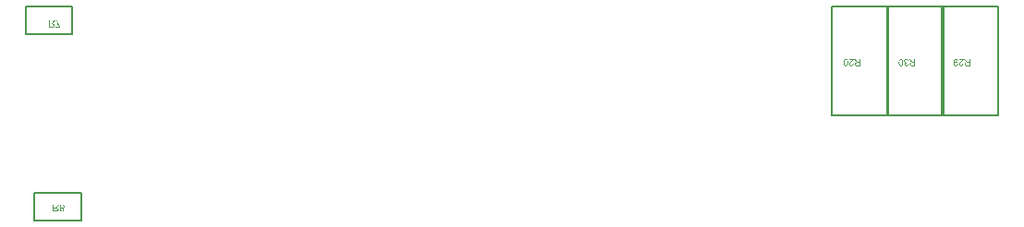
<source format=gbr>
%TF.GenerationSoftware,Altium Limited,Altium Designer,21.6.4 (81)*%
G04 Layer_Color=8388736*
%FSLAX43Y43*%
%MOMM*%
%TF.SameCoordinates,45A01B4D-518A-40F9-B883-98BDF5CD3DE6*%
%TF.FilePolarity,Positive*%
%TF.FileFunction,Other,Bottom_Assembly*%
%TF.Part,Single*%
G01*
G75*
%TA.AperFunction,NonConductor*%
%ADD102C,0.200*%
G36*
X119518Y52037D02*
X119526Y52036D01*
X119534Y52035D01*
X119543Y52034D01*
X119554Y52032D01*
X119576Y52026D01*
X119599Y52017D01*
X119611Y52011D01*
X119622Y52005D01*
X119633Y51997D01*
X119644Y51988D01*
X119645Y51987D01*
X119647Y51986D01*
X119650Y51983D01*
X119652Y51979D01*
X119657Y51974D01*
X119662Y51968D01*
X119667Y51961D01*
X119673Y51953D01*
X119678Y51944D01*
X119684Y51935D01*
X119694Y51912D01*
X119702Y51887D01*
X119705Y51873D01*
X119707Y51858D01*
X119628Y51848D01*
Y51849D01*
X119628Y51851D01*
X119627Y51854D01*
X119626Y51859D01*
X119625Y51864D01*
X119623Y51871D01*
X119618Y51885D01*
X119612Y51901D01*
X119603Y51917D01*
X119594Y51932D01*
X119583Y51945D01*
X119581Y51946D01*
X119578Y51949D01*
X119570Y51954D01*
X119561Y51959D01*
X119550Y51964D01*
X119536Y51969D01*
X119520Y51973D01*
X119504Y51974D01*
X119498D01*
X119494Y51973D01*
X119484Y51972D01*
X119471Y51969D01*
X119456Y51964D01*
X119441Y51958D01*
X119425Y51949D01*
X119410Y51936D01*
X119408Y51934D01*
X119404Y51928D01*
X119398Y51920D01*
X119391Y51909D01*
X119383Y51895D01*
X119378Y51879D01*
X119373Y51861D01*
X119371Y51840D01*
Y51839D01*
Y51838D01*
Y51835D01*
X119372Y51831D01*
X119373Y51821D01*
X119376Y51809D01*
X119380Y51794D01*
X119386Y51779D01*
X119395Y51765D01*
X119407Y51751D01*
X119409Y51749D01*
X119414Y51745D01*
X119421Y51740D01*
X119432Y51733D01*
X119444Y51727D01*
X119460Y51721D01*
X119478Y51717D01*
X119497Y51716D01*
X119505D01*
X119512Y51716D01*
X119520Y51717D01*
X119530Y51719D01*
X119541Y51721D01*
X119553Y51724D01*
X119543Y51655D01*
X119539D01*
X119535Y51655D01*
X119523D01*
X119513Y51654D01*
X119501Y51652D01*
X119487Y51649D01*
X119471Y51644D01*
X119456Y51638D01*
X119441Y51630D01*
X119440D01*
X119439Y51629D01*
X119434Y51625D01*
X119428Y51618D01*
X119420Y51610D01*
X119413Y51598D01*
X119407Y51584D01*
X119402Y51569D01*
X119400Y51559D01*
Y51549D01*
Y51548D01*
Y51547D01*
Y51542D01*
X119402Y51534D01*
X119404Y51524D01*
X119407Y51513D01*
X119412Y51501D01*
X119419Y51489D01*
X119430Y51478D01*
X119431Y51477D01*
X119435Y51473D01*
X119442Y51469D01*
X119450Y51463D01*
X119461Y51459D01*
X119474Y51454D01*
X119489Y51450D01*
X119505Y51449D01*
X119513D01*
X119521Y51451D01*
X119532Y51453D01*
X119544Y51457D01*
X119556Y51461D01*
X119569Y51469D01*
X119581Y51478D01*
X119582Y51479D01*
X119586Y51484D01*
X119591Y51490D01*
X119598Y51499D01*
X119604Y51511D01*
X119611Y51526D01*
X119616Y51544D01*
X119620Y51564D01*
X119699Y51550D01*
Y51549D01*
X119698Y51546D01*
X119697Y51543D01*
X119696Y51537D01*
X119694Y51531D01*
X119691Y51523D01*
X119686Y51506D01*
X119677Y51485D01*
X119665Y51465D01*
X119652Y51446D01*
X119634Y51428D01*
X119633Y51427D01*
X119631Y51426D01*
X119628Y51424D01*
X119625Y51422D01*
X119620Y51418D01*
X119614Y51414D01*
X119607Y51410D01*
X119599Y51406D01*
X119580Y51398D01*
X119559Y51391D01*
X119534Y51386D01*
X119521Y51385D01*
X119498D01*
X119488Y51386D01*
X119476Y51387D01*
X119461Y51390D01*
X119444Y51395D01*
X119428Y51400D01*
X119411Y51408D01*
X119410D01*
X119409Y51409D01*
X119404Y51411D01*
X119395Y51417D01*
X119386Y51423D01*
X119375Y51433D01*
X119364Y51443D01*
X119353Y51455D01*
X119344Y51469D01*
X119343Y51471D01*
X119340Y51475D01*
X119336Y51484D01*
X119332Y51494D01*
X119327Y51506D01*
X119323Y51520D01*
X119321Y51535D01*
X119320Y51551D01*
Y51553D01*
Y51558D01*
X119321Y51566D01*
X119322Y51576D01*
X119325Y51588D01*
X119330Y51601D01*
X119335Y51614D01*
X119343Y51627D01*
X119344Y51629D01*
X119346Y51632D01*
X119352Y51639D01*
X119359Y51646D01*
X119369Y51655D01*
X119380Y51664D01*
X119393Y51672D01*
X119408Y51680D01*
X119407D01*
X119406Y51681D01*
X119403Y51682D01*
X119399Y51683D01*
X119389Y51687D01*
X119376Y51692D01*
X119361Y51700D01*
X119346Y51709D01*
X119333Y51721D01*
X119320Y51735D01*
X119319Y51737D01*
X119315Y51742D01*
X119309Y51752D01*
X119304Y51764D01*
X119298Y51778D01*
X119293Y51796D01*
X119289Y51816D01*
X119288Y51839D01*
Y51839D01*
Y51842D01*
Y51847D01*
X119289Y51852D01*
X119290Y51860D01*
X119292Y51868D01*
X119294Y51877D01*
X119296Y51888D01*
X119303Y51910D01*
X119309Y51922D01*
X119314Y51933D01*
X119321Y51945D01*
X119330Y51957D01*
X119339Y51969D01*
X119350Y51980D01*
X119351Y51981D01*
X119353Y51983D01*
X119357Y51986D01*
X119361Y51989D01*
X119367Y51994D01*
X119374Y51998D01*
X119382Y52004D01*
X119393Y52009D01*
X119403Y52014D01*
X119415Y52020D01*
X119427Y52024D01*
X119441Y52029D01*
X119456Y52033D01*
X119471Y52035D01*
X119487Y52037D01*
X119505Y52038D01*
X119513D01*
X119518Y52037D01*
D02*
G37*
G36*
X120320Y51387D02*
X120023D01*
X120016Y51388D01*
X120007D01*
X119988Y51389D01*
X119968Y51392D01*
X119946Y51395D01*
X119925Y51399D01*
X119915Y51402D01*
X119907Y51405D01*
X119906D01*
X119905Y51406D01*
X119899Y51409D01*
X119891Y51412D01*
X119881Y51419D01*
X119870Y51427D01*
X119858Y51438D01*
X119847Y51451D01*
X119836Y51466D01*
Y51467D01*
X119835Y51468D01*
X119831Y51473D01*
X119827Y51483D01*
X119822Y51495D01*
X119817Y51508D01*
X119812Y51525D01*
X119810Y51543D01*
X119809Y51562D01*
Y51563D01*
Y51565D01*
Y51569D01*
X119810Y51573D01*
Y51580D01*
X119811Y51586D01*
X119814Y51602D01*
X119820Y51620D01*
X119827Y51640D01*
X119838Y51659D01*
X119846Y51668D01*
X119853Y51678D01*
X119854Y51679D01*
X119855Y51680D01*
X119858Y51682D01*
X119861Y51685D01*
X119866Y51689D01*
X119872Y51692D01*
X119879Y51697D01*
X119886Y51703D01*
X119896Y51707D01*
X119906Y51712D01*
X119917Y51717D01*
X119929Y51722D01*
X119943Y51726D01*
X119957Y51730D01*
X119972Y51733D01*
X119989Y51736D01*
X119987Y51737D01*
X119983Y51739D01*
X119978Y51742D01*
X119971Y51746D01*
X119954Y51756D01*
X119946Y51763D01*
X119938Y51768D01*
X119936Y51770D01*
X119932Y51775D01*
X119924Y51782D01*
X119915Y51791D01*
X119905Y51804D01*
X119893Y51818D01*
X119881Y51835D01*
X119868Y51853D01*
X119758Y52027D01*
X119863D01*
X119947Y51894D01*
Y51893D01*
X119949Y51891D01*
X119951Y51888D01*
X119954Y51885D01*
X119960Y51875D01*
X119969Y51862D01*
X119979Y51848D01*
X119989Y51833D01*
X119999Y51819D01*
X120008Y51806D01*
X120009Y51805D01*
X120012Y51802D01*
X120017Y51796D01*
X120023Y51790D01*
X120037Y51776D01*
X120044Y51769D01*
X120052Y51764D01*
X120053Y51763D01*
X120055Y51762D01*
X120058Y51760D01*
X120064Y51757D01*
X120069Y51754D01*
X120076Y51752D01*
X120091Y51747D01*
X120092D01*
X120093Y51746D01*
X120097D01*
X120102Y51745D01*
X120108Y51744D01*
X120116D01*
X120126Y51743D01*
X120235D01*
Y52027D01*
X120320D01*
Y51387D01*
D02*
G37*
G36*
X119017Y52037D02*
X119025Y52036D01*
X119034Y52035D01*
X119044Y52033D01*
X119055Y52030D01*
X119066Y52026D01*
X119078Y52023D01*
X119090Y52017D01*
X119102Y52011D01*
X119114Y52003D01*
X119126Y51994D01*
X119137Y51984D01*
X119148Y51973D01*
X119149Y51972D01*
X119150Y51969D01*
X119153Y51964D01*
X119158Y51957D01*
X119162Y51949D01*
X119167Y51937D01*
X119174Y51925D01*
X119179Y51910D01*
X119185Y51893D01*
X119190Y51874D01*
X119196Y51852D01*
X119200Y51828D01*
X119205Y51802D01*
X119208Y51775D01*
X119210Y51744D01*
X119211Y51712D01*
Y51711D01*
Y51707D01*
Y51701D01*
Y51693D01*
X119210Y51683D01*
Y51672D01*
X119209Y51660D01*
X119208Y51646D01*
X119205Y51618D01*
X119200Y51587D01*
X119195Y51557D01*
X119191Y51543D01*
X119187Y51529D01*
Y51528D01*
X119187Y51526D01*
X119185Y51522D01*
X119183Y51518D01*
X119181Y51511D01*
X119177Y51505D01*
X119170Y51489D01*
X119161Y51472D01*
X119149Y51455D01*
X119135Y51437D01*
X119118Y51422D01*
X119117D01*
X119116Y51421D01*
X119113Y51419D01*
X119110Y51417D01*
X119105Y51413D01*
X119100Y51410D01*
X119086Y51403D01*
X119069Y51397D01*
X119050Y51390D01*
X119027Y51386D01*
X119002Y51385D01*
X118993D01*
X118983Y51386D01*
X118971Y51387D01*
X118957Y51390D01*
X118942Y51394D01*
X118927Y51398D01*
X118912Y51406D01*
X118911D01*
X118910Y51407D01*
X118905Y51410D01*
X118898Y51414D01*
X118889Y51421D01*
X118879Y51430D01*
X118868Y51440D01*
X118857Y51452D01*
X118847Y51466D01*
X118846Y51468D01*
X118843Y51472D01*
X118839Y51481D01*
X118832Y51493D01*
X118827Y51507D01*
X118819Y51522D01*
X118813Y51541D01*
X118807Y51561D01*
Y51562D01*
X118807Y51564D01*
X118806Y51567D01*
X118805Y51571D01*
X118804Y51577D01*
X118803Y51583D01*
X118801Y51592D01*
X118800Y51601D01*
X118798Y51611D01*
X118797Y51622D01*
X118796Y51635D01*
X118794Y51648D01*
X118794Y51663D01*
Y51678D01*
X118793Y51694D01*
Y51712D01*
Y51713D01*
Y51716D01*
Y51723D01*
Y51730D01*
X118794Y51741D01*
Y51752D01*
X118794Y51764D01*
X118795Y51777D01*
X118798Y51806D01*
X118803Y51837D01*
X118808Y51866D01*
X118812Y51880D01*
X118817Y51894D01*
Y51895D01*
X118818Y51897D01*
X118819Y51900D01*
X118821Y51905D01*
X118823Y51912D01*
X118827Y51918D01*
X118834Y51934D01*
X118843Y51950D01*
X118855Y51969D01*
X118869Y51986D01*
X118886Y52001D01*
X118887D01*
X118888Y52003D01*
X118891Y52005D01*
X118894Y52007D01*
X118899Y52010D01*
X118904Y52013D01*
X118917Y52020D01*
X118934Y52026D01*
X118954Y52033D01*
X118977Y52036D01*
X119002Y52038D01*
X119011D01*
X119017Y52037D01*
D02*
G37*
G36*
X124046D02*
X124053D01*
X124060Y52036D01*
X124078Y52033D01*
X124097Y52028D01*
X124117Y52021D01*
X124138Y52011D01*
X124148Y52004D01*
X124157Y51997D01*
X124158Y51996D01*
X124159Y51995D01*
X124162Y51992D01*
X124164Y51989D01*
X124168Y51985D01*
X124173Y51979D01*
X124182Y51966D01*
X124191Y51949D01*
X124201Y51929D01*
X124208Y51906D01*
X124214Y51879D01*
X124138Y51873D01*
Y51874D01*
X124137Y51876D01*
Y51877D01*
X124136Y51881D01*
X124133Y51891D01*
X124129Y51902D01*
X124125Y51915D01*
X124118Y51928D01*
X124111Y51940D01*
X124102Y51950D01*
X124101Y51951D01*
X124097Y51954D01*
X124091Y51958D01*
X124083Y51961D01*
X124073Y51966D01*
X124061Y51970D01*
X124047Y51973D01*
X124032Y51974D01*
X124026D01*
X124019Y51973D01*
X124011Y51972D01*
X124001Y51970D01*
X123991Y51967D01*
X123980Y51963D01*
X123969Y51958D01*
X123968Y51957D01*
X123965Y51955D01*
X123959Y51951D01*
X123954Y51946D01*
X123946Y51939D01*
X123939Y51932D01*
X123932Y51924D01*
X123924Y51913D01*
X123923Y51912D01*
X123921Y51908D01*
X123918Y51901D01*
X123914Y51893D01*
X123909Y51882D01*
X123905Y51869D01*
X123900Y51854D01*
X123895Y51838D01*
Y51837D01*
X123895Y51836D01*
Y51833D01*
X123894Y51829D01*
X123892Y51820D01*
X123889Y51808D01*
X123887Y51793D01*
X123885Y51778D01*
X123884Y51760D01*
X123883Y51741D01*
Y51741D01*
Y51738D01*
Y51733D01*
Y51726D01*
X123884Y51728D01*
X123888Y51732D01*
X123894Y51739D01*
X123900Y51748D01*
X123909Y51757D01*
X123920Y51767D01*
X123933Y51778D01*
X123948Y51787D01*
X123950Y51788D01*
X123956Y51790D01*
X123964Y51794D01*
X123974Y51798D01*
X123988Y51802D01*
X124003Y51806D01*
X124019Y51809D01*
X124037Y51810D01*
X124044D01*
X124050Y51809D01*
X124057Y51808D01*
X124065Y51807D01*
X124074Y51805D01*
X124083Y51802D01*
X124104Y51796D01*
X124116Y51791D01*
X124127Y51786D01*
X124139Y51779D01*
X124150Y51771D01*
X124161Y51763D01*
X124171Y51753D01*
X124172Y51752D01*
X124174Y51750D01*
X124176Y51747D01*
X124179Y51742D01*
X124184Y51736D01*
X124189Y51729D01*
X124193Y51721D01*
X124198Y51712D01*
X124203Y51702D01*
X124208Y51691D01*
X124213Y51678D01*
X124217Y51665D01*
X124221Y51650D01*
X124223Y51634D01*
X124225Y51618D01*
X124226Y51601D01*
Y51600D01*
Y51596D01*
Y51592D01*
X124225Y51585D01*
X124224Y51577D01*
X124223Y51567D01*
X124221Y51557D01*
X124218Y51545D01*
X124212Y51520D01*
X124207Y51508D01*
X124201Y51494D01*
X124195Y51481D01*
X124187Y51469D01*
X124178Y51456D01*
X124168Y51445D01*
X124167Y51444D01*
X124165Y51442D01*
X124163Y51439D01*
X124158Y51435D01*
X124152Y51431D01*
X124145Y51425D01*
X124138Y51421D01*
X124128Y51414D01*
X124119Y51409D01*
X124108Y51404D01*
X124083Y51394D01*
X124070Y51390D01*
X124055Y51387D01*
X124041Y51386D01*
X124025Y51385D01*
X124018D01*
X124014Y51386D01*
X124009D01*
X124003Y51386D01*
X123987Y51389D01*
X123969Y51393D01*
X123950Y51399D01*
X123931Y51408D01*
X123911Y51419D01*
X123910D01*
X123909Y51421D01*
X123907Y51422D01*
X123903Y51425D01*
X123894Y51433D01*
X123882Y51443D01*
X123870Y51457D01*
X123856Y51473D01*
X123844Y51493D01*
X123833Y51515D01*
Y51516D01*
X123832Y51518D01*
X123830Y51521D01*
X123828Y51526D01*
X123826Y51533D01*
X123823Y51541D01*
X123821Y51550D01*
X123819Y51560D01*
X123816Y51572D01*
X123813Y51586D01*
X123811Y51601D01*
X123809Y51617D01*
X123808Y51634D01*
X123806Y51653D01*
X123805Y51673D01*
Y51694D01*
Y51695D01*
Y51700D01*
Y51706D01*
Y51715D01*
X123806Y51725D01*
Y51737D01*
X123807Y51751D01*
X123809Y51765D01*
X123811Y51796D01*
X123816Y51829D01*
X123822Y51861D01*
X123827Y51876D01*
X123832Y51890D01*
Y51891D01*
X123833Y51893D01*
X123834Y51897D01*
X123836Y51902D01*
X123839Y51908D01*
X123843Y51915D01*
X123852Y51931D01*
X123863Y51949D01*
X123876Y51967D01*
X123893Y51985D01*
X123911Y52000D01*
X123912D01*
X123914Y52002D01*
X123917Y52004D01*
X123920Y52006D01*
X123926Y52009D01*
X123932Y52012D01*
X123939Y52016D01*
X123946Y52019D01*
X123964Y52026D01*
X123985Y52033D01*
X124008Y52036D01*
X124034Y52038D01*
X124042D01*
X124046Y52037D01*
D02*
G37*
G36*
X125335Y51387D02*
X125038D01*
X125031Y51388D01*
X125022D01*
X125003Y51389D01*
X124983Y51392D01*
X124961Y51395D01*
X124940Y51399D01*
X124930Y51402D01*
X124922Y51405D01*
X124921D01*
X124920Y51406D01*
X124914Y51409D01*
X124906Y51412D01*
X124896Y51419D01*
X124885Y51427D01*
X124873Y51438D01*
X124862Y51451D01*
X124851Y51466D01*
Y51467D01*
X124850Y51468D01*
X124846Y51473D01*
X124842Y51483D01*
X124837Y51495D01*
X124832Y51508D01*
X124827Y51525D01*
X124825Y51543D01*
X124824Y51562D01*
Y51563D01*
Y51565D01*
Y51569D01*
X124825Y51573D01*
Y51580D01*
X124826Y51586D01*
X124829Y51602D01*
X124835Y51620D01*
X124842Y51640D01*
X124853Y51659D01*
X124861Y51668D01*
X124868Y51678D01*
X124869Y51679D01*
X124870Y51680D01*
X124873Y51682D01*
X124876Y51685D01*
X124881Y51689D01*
X124887Y51692D01*
X124894Y51697D01*
X124901Y51703D01*
X124911Y51707D01*
X124921Y51712D01*
X124932Y51717D01*
X124944Y51722D01*
X124958Y51726D01*
X124972Y51730D01*
X124987Y51733D01*
X125004Y51736D01*
X125002Y51737D01*
X124998Y51739D01*
X124993Y51742D01*
X124986Y51746D01*
X124969Y51756D01*
X124961Y51763D01*
X124953Y51768D01*
X124951Y51770D01*
X124947Y51775D01*
X124939Y51782D01*
X124930Y51791D01*
X124920Y51804D01*
X124908Y51818D01*
X124896Y51835D01*
X124883Y51853D01*
X124773Y52027D01*
X124878D01*
X124962Y51894D01*
Y51893D01*
X124964Y51891D01*
X124966Y51888D01*
X124969Y51885D01*
X124975Y51875D01*
X124984Y51862D01*
X124994Y51848D01*
X125004Y51833D01*
X125014Y51819D01*
X125023Y51806D01*
X125024Y51805D01*
X125027Y51802D01*
X125032Y51796D01*
X125038Y51790D01*
X125052Y51776D01*
X125059Y51769D01*
X125067Y51764D01*
X125068Y51763D01*
X125070Y51762D01*
X125073Y51760D01*
X125079Y51757D01*
X125084Y51754D01*
X125091Y51752D01*
X125106Y51747D01*
X125107D01*
X125108Y51746D01*
X125112D01*
X125117Y51745D01*
X125123Y51744D01*
X125131D01*
X125141Y51743D01*
X125250D01*
Y52027D01*
X125335D01*
Y51387D01*
D02*
G37*
G36*
X124734Y52026D02*
Y52023D01*
Y52017D01*
X124733Y52010D01*
X124732Y52001D01*
X124730Y51992D01*
X124728Y51983D01*
X124725Y51973D01*
Y51972D01*
X124724Y51971D01*
X124722Y51965D01*
X124718Y51957D01*
X124713Y51946D01*
X124705Y51933D01*
X124696Y51918D01*
X124686Y51903D01*
X124673Y51888D01*
Y51887D01*
X124671Y51886D01*
X124667Y51880D01*
X124658Y51872D01*
X124646Y51860D01*
X124632Y51846D01*
X124615Y51829D01*
X124593Y51811D01*
X124570Y51791D01*
X124569Y51790D01*
X124566Y51788D01*
X124560Y51783D01*
X124554Y51778D01*
X124545Y51770D01*
X124535Y51762D01*
X124525Y51753D01*
X124513Y51742D01*
X124490Y51720D01*
X124467Y51698D01*
X124456Y51687D01*
X124446Y51676D01*
X124436Y51666D01*
X124429Y51655D01*
Y51655D01*
X124427Y51654D01*
X124425Y51651D01*
X124423Y51647D01*
X124417Y51637D01*
X124410Y51625D01*
X124403Y51610D01*
X124397Y51594D01*
X124393Y51577D01*
X124391Y51560D01*
Y51559D01*
Y51558D01*
X124392Y51553D01*
X124393Y51544D01*
X124396Y51533D01*
X124399Y51520D01*
X124406Y51508D01*
X124414Y51495D01*
X124425Y51482D01*
X124427Y51480D01*
X124432Y51476D01*
X124438Y51471D01*
X124448Y51465D01*
X124461Y51459D01*
X124476Y51454D01*
X124494Y51450D01*
X124513Y51449D01*
X124519D01*
X124522Y51450D01*
X124533Y51451D01*
X124546Y51454D01*
X124560Y51458D01*
X124576Y51464D01*
X124591Y51472D01*
X124605Y51484D01*
X124606Y51485D01*
X124610Y51490D01*
X124616Y51497D01*
X124621Y51508D01*
X124628Y51521D01*
X124633Y51538D01*
X124637Y51557D01*
X124639Y51578D01*
X124719Y51569D01*
Y51569D01*
X124718Y51566D01*
Y51561D01*
X124717Y51555D01*
X124716Y51547D01*
X124714Y51539D01*
X124711Y51529D01*
X124708Y51519D01*
X124701Y51496D01*
X124690Y51474D01*
X124683Y51463D01*
X124675Y51452D01*
X124667Y51442D01*
X124657Y51433D01*
X124656Y51432D01*
X124655Y51431D01*
X124652Y51428D01*
X124647Y51425D01*
X124642Y51422D01*
X124635Y51418D01*
X124628Y51413D01*
X124618Y51409D01*
X124608Y51404D01*
X124597Y51399D01*
X124585Y51396D01*
X124572Y51392D01*
X124558Y51389D01*
X124544Y51386D01*
X124528Y51386D01*
X124511Y51385D01*
X124502D01*
X124495Y51386D01*
X124488Y51386D01*
X124479Y51387D01*
X124469Y51389D01*
X124459Y51391D01*
X124434Y51398D01*
X124410Y51407D01*
X124398Y51412D01*
X124386Y51419D01*
X124375Y51427D01*
X124365Y51436D01*
X124364Y51437D01*
X124362Y51438D01*
X124361Y51442D01*
X124357Y51446D01*
X124352Y51450D01*
X124348Y51457D01*
X124343Y51463D01*
X124337Y51471D01*
X124328Y51489D01*
X124319Y51511D01*
X124315Y51522D01*
X124313Y51535D01*
X124312Y51548D01*
X124311Y51562D01*
Y51564D01*
Y51569D01*
X124312Y51576D01*
X124312Y51586D01*
X124314Y51597D01*
X124318Y51610D01*
X124322Y51624D01*
X124327Y51638D01*
X124328Y51640D01*
X124330Y51644D01*
X124334Y51652D01*
X124339Y51662D01*
X124347Y51673D01*
X124356Y51687D01*
X124367Y51701D01*
X124380Y51716D01*
X124382Y51718D01*
X124386Y51724D01*
X124391Y51729D01*
X124396Y51733D01*
X124401Y51739D01*
X124409Y51746D01*
X124416Y51753D01*
X124425Y51762D01*
X124434Y51771D01*
X124446Y51781D01*
X124458Y51791D01*
X124471Y51803D01*
X124485Y51815D01*
X124500Y51828D01*
X124501Y51829D01*
X124503Y51831D01*
X124507Y51834D01*
X124511Y51838D01*
X124517Y51843D01*
X124523Y51849D01*
X124538Y51861D01*
X124554Y51875D01*
X124569Y51888D01*
X124581Y51900D01*
X124587Y51905D01*
X124592Y51910D01*
X124593Y51911D01*
X124595Y51913D01*
X124599Y51917D01*
X124604Y51923D01*
X124608Y51929D01*
X124614Y51936D01*
X124625Y51951D01*
X124310D01*
Y52027D01*
X124734D01*
Y52026D01*
D02*
G37*
G36*
X41401Y55401D02*
X41388Y55383D01*
X41376Y55366D01*
X41364Y55352D01*
X41354Y55339D01*
X41345Y55330D01*
X41338Y55323D01*
X41333Y55318D01*
X41331Y55316D01*
X41324Y55311D01*
X41315Y55304D01*
X41299Y55294D01*
X41291Y55290D01*
X41286Y55287D01*
X41282Y55285D01*
X41280Y55284D01*
X41297Y55281D01*
X41313Y55278D01*
X41326Y55274D01*
X41340Y55270D01*
X41352Y55265D01*
X41363Y55260D01*
X41374Y55255D01*
X41383Y55250D01*
X41390Y55245D01*
X41398Y55240D01*
X41403Y55237D01*
X41408Y55233D01*
X41411Y55230D01*
X41414Y55227D01*
X41415Y55226D01*
X41416Y55226D01*
X41424Y55216D01*
X41431Y55207D01*
X41442Y55188D01*
X41449Y55168D01*
X41455Y55150D01*
X41459Y55134D01*
X41460Y55128D01*
Y55121D01*
X41460Y55116D01*
Y55113D01*
Y55111D01*
Y55110D01*
X41460Y55091D01*
X41457Y55073D01*
X41452Y55056D01*
X41448Y55042D01*
X41442Y55030D01*
X41438Y55021D01*
X41435Y55016D01*
X41434Y55015D01*
Y55014D01*
X41423Y54999D01*
X41411Y54986D01*
X41399Y54975D01*
X41388Y54967D01*
X41378Y54960D01*
X41370Y54956D01*
X41364Y54954D01*
X41363Y54953D01*
X41362D01*
X41354Y54950D01*
X41344Y54947D01*
X41324Y54943D01*
X41301Y54940D01*
X41281Y54937D01*
X41262Y54936D01*
X41253D01*
X41246Y54935D01*
X40949D01*
Y55575D01*
X41034D01*
Y55291D01*
X41143D01*
X41154Y55292D01*
X41161D01*
X41167Y55293D01*
X41172Y55294D01*
X41176D01*
X41178Y55295D01*
X41178D01*
X41193Y55299D01*
X41200Y55302D01*
X41205Y55305D01*
X41211Y55308D01*
X41215Y55310D01*
X41216Y55311D01*
X41217Y55312D01*
X41225Y55317D01*
X41232Y55324D01*
X41246Y55337D01*
X41252Y55344D01*
X41257Y55349D01*
X41260Y55353D01*
X41261Y55354D01*
X41270Y55367D01*
X41280Y55381D01*
X41290Y55396D01*
X41301Y55410D01*
X41309Y55422D01*
X41315Y55433D01*
X41318Y55436D01*
X41320Y55439D01*
X41322Y55441D01*
Y55442D01*
X41406Y55575D01*
X41511D01*
X41401Y55401D01*
D02*
G37*
G36*
X41740Y55540D02*
X41744Y55508D01*
X41749Y55478D01*
X41752Y55464D01*
X41754Y55451D01*
X41756Y55440D01*
X41759Y55430D01*
X41761Y55421D01*
X41763Y55413D01*
X41765Y55408D01*
X41766Y55403D01*
X41767Y55400D01*
Y55399D01*
X41780Y55357D01*
X41795Y55317D01*
X41803Y55298D01*
X41810Y55279D01*
X41818Y55263D01*
X41826Y55246D01*
X41832Y55231D01*
X41839Y55218D01*
X41844Y55207D01*
X41849Y55197D01*
X41853Y55189D01*
X41856Y55183D01*
X41858Y55179D01*
X41859Y55178D01*
X41870Y55159D01*
X41881Y55140D01*
X41892Y55122D01*
X41903Y55105D01*
X41914Y55091D01*
X41924Y55076D01*
X41934Y55063D01*
X41942Y55052D01*
X41951Y55041D01*
X41958Y55031D01*
X41965Y55024D01*
X41971Y55018D01*
X41975Y55012D01*
X41978Y55008D01*
X41980Y55006D01*
X41981Y55005D01*
Y54944D01*
X41567D01*
Y55019D01*
X41880D01*
X41858Y55046D01*
X41837Y55075D01*
X41818Y55103D01*
X41801Y55129D01*
X41793Y55141D01*
X41787Y55152D01*
X41780Y55163D01*
X41776Y55171D01*
X41772Y55178D01*
X41769Y55183D01*
X41767Y55187D01*
X41767Y55188D01*
X41748Y55225D01*
X41731Y55262D01*
X41718Y55297D01*
X41712Y55312D01*
X41706Y55328D01*
X41701Y55342D01*
X41697Y55355D01*
X41693Y55366D01*
X41691Y55375D01*
X41688Y55384D01*
X41686Y55389D01*
X41685Y55393D01*
Y55394D01*
X41676Y55432D01*
X41672Y55450D01*
X41669Y55467D01*
X41667Y55483D01*
X41664Y55498D01*
X41662Y55511D01*
X41660Y55524D01*
X41659Y55535D01*
X41658Y55545D01*
X41657Y55555D01*
Y55562D01*
X41656Y55568D01*
Y55571D01*
Y55574D01*
Y55575D01*
X41737D01*
X41740Y55540D01*
D02*
G37*
G36*
X115280Y51387D02*
X114983D01*
X114976Y51388D01*
X114967D01*
X114948Y51389D01*
X114928Y51392D01*
X114906Y51395D01*
X114885Y51399D01*
X114875Y51402D01*
X114867Y51405D01*
X114866D01*
X114865Y51406D01*
X114859Y51409D01*
X114851Y51412D01*
X114841Y51419D01*
X114830Y51427D01*
X114818Y51438D01*
X114807Y51451D01*
X114796Y51466D01*
Y51467D01*
X114795Y51468D01*
X114791Y51473D01*
X114787Y51483D01*
X114782Y51495D01*
X114777Y51508D01*
X114772Y51525D01*
X114770Y51543D01*
X114769Y51562D01*
Y51563D01*
Y51565D01*
Y51569D01*
X114770Y51573D01*
Y51580D01*
X114771Y51586D01*
X114774Y51602D01*
X114780Y51620D01*
X114787Y51640D01*
X114798Y51659D01*
X114806Y51668D01*
X114813Y51678D01*
X114814Y51679D01*
X114815Y51680D01*
X114818Y51682D01*
X114821Y51685D01*
X114826Y51689D01*
X114832Y51692D01*
X114839Y51697D01*
X114846Y51703D01*
X114856Y51707D01*
X114866Y51712D01*
X114877Y51717D01*
X114889Y51722D01*
X114903Y51726D01*
X114917Y51730D01*
X114932Y51733D01*
X114949Y51736D01*
X114947Y51737D01*
X114943Y51739D01*
X114938Y51742D01*
X114931Y51746D01*
X114914Y51756D01*
X114906Y51763D01*
X114898Y51768D01*
X114896Y51770D01*
X114892Y51775D01*
X114884Y51782D01*
X114875Y51791D01*
X114865Y51804D01*
X114853Y51818D01*
X114841Y51835D01*
X114828Y51853D01*
X114718Y52027D01*
X114823D01*
X114907Y51894D01*
Y51893D01*
X114909Y51891D01*
X114911Y51888D01*
X114914Y51885D01*
X114920Y51875D01*
X114929Y51862D01*
X114939Y51848D01*
X114949Y51833D01*
X114959Y51819D01*
X114968Y51806D01*
X114969Y51805D01*
X114972Y51802D01*
X114977Y51796D01*
X114983Y51790D01*
X114997Y51776D01*
X115004Y51769D01*
X115012Y51764D01*
X115013Y51763D01*
X115015Y51762D01*
X115018Y51760D01*
X115024Y51757D01*
X115029Y51754D01*
X115036Y51752D01*
X115051Y51747D01*
X115052D01*
X115053Y51746D01*
X115057D01*
X115062Y51745D01*
X115068Y51744D01*
X115076D01*
X115086Y51743D01*
X115195D01*
Y52027D01*
X115280D01*
Y51387D01*
D02*
G37*
G36*
X114679Y52026D02*
Y52023D01*
Y52017D01*
X114678Y52010D01*
X114677Y52001D01*
X114675Y51992D01*
X114673Y51983D01*
X114670Y51973D01*
Y51972D01*
X114669Y51971D01*
X114667Y51965D01*
X114663Y51957D01*
X114658Y51946D01*
X114650Y51933D01*
X114641Y51918D01*
X114631Y51903D01*
X114618Y51888D01*
Y51887D01*
X114616Y51886D01*
X114612Y51880D01*
X114603Y51872D01*
X114591Y51860D01*
X114577Y51846D01*
X114560Y51829D01*
X114538Y51811D01*
X114515Y51791D01*
X114514Y51790D01*
X114511Y51788D01*
X114505Y51783D01*
X114499Y51778D01*
X114490Y51770D01*
X114480Y51762D01*
X114470Y51753D01*
X114458Y51742D01*
X114435Y51720D01*
X114412Y51698D01*
X114401Y51687D01*
X114391Y51676D01*
X114381Y51666D01*
X114374Y51655D01*
Y51655D01*
X114372Y51654D01*
X114370Y51651D01*
X114368Y51647D01*
X114362Y51637D01*
X114355Y51625D01*
X114348Y51610D01*
X114342Y51594D01*
X114338Y51577D01*
X114336Y51560D01*
Y51559D01*
Y51558D01*
X114337Y51553D01*
X114338Y51544D01*
X114341Y51533D01*
X114344Y51520D01*
X114351Y51508D01*
X114359Y51495D01*
X114370Y51482D01*
X114372Y51480D01*
X114377Y51476D01*
X114383Y51471D01*
X114393Y51465D01*
X114406Y51459D01*
X114421Y51454D01*
X114439Y51450D01*
X114458Y51449D01*
X114464D01*
X114467Y51450D01*
X114478Y51451D01*
X114491Y51454D01*
X114505Y51458D01*
X114521Y51464D01*
X114536Y51472D01*
X114550Y51484D01*
X114551Y51485D01*
X114555Y51490D01*
X114561Y51497D01*
X114566Y51508D01*
X114573Y51521D01*
X114578Y51538D01*
X114582Y51557D01*
X114584Y51578D01*
X114664Y51569D01*
Y51569D01*
X114663Y51566D01*
Y51561D01*
X114662Y51555D01*
X114661Y51547D01*
X114659Y51539D01*
X114656Y51529D01*
X114653Y51519D01*
X114646Y51496D01*
X114635Y51474D01*
X114628Y51463D01*
X114620Y51452D01*
X114612Y51442D01*
X114602Y51433D01*
X114601Y51432D01*
X114600Y51431D01*
X114597Y51428D01*
X114592Y51425D01*
X114587Y51422D01*
X114580Y51418D01*
X114573Y51413D01*
X114563Y51409D01*
X114553Y51404D01*
X114542Y51399D01*
X114530Y51396D01*
X114517Y51392D01*
X114503Y51389D01*
X114489Y51386D01*
X114473Y51386D01*
X114456Y51385D01*
X114447D01*
X114440Y51386D01*
X114433Y51386D01*
X114424Y51387D01*
X114414Y51389D01*
X114404Y51391D01*
X114379Y51398D01*
X114355Y51407D01*
X114343Y51412D01*
X114331Y51419D01*
X114320Y51427D01*
X114310Y51436D01*
X114309Y51437D01*
X114307Y51438D01*
X114306Y51442D01*
X114302Y51446D01*
X114297Y51450D01*
X114293Y51457D01*
X114288Y51463D01*
X114282Y51471D01*
X114273Y51489D01*
X114264Y51511D01*
X114260Y51522D01*
X114258Y51535D01*
X114257Y51548D01*
X114256Y51562D01*
Y51564D01*
Y51569D01*
X114257Y51576D01*
X114257Y51586D01*
X114259Y51597D01*
X114263Y51610D01*
X114267Y51624D01*
X114272Y51638D01*
X114273Y51640D01*
X114275Y51644D01*
X114279Y51652D01*
X114284Y51662D01*
X114292Y51673D01*
X114301Y51687D01*
X114312Y51701D01*
X114325Y51716D01*
X114327Y51718D01*
X114331Y51724D01*
X114336Y51729D01*
X114341Y51733D01*
X114346Y51739D01*
X114354Y51746D01*
X114361Y51753D01*
X114370Y51762D01*
X114379Y51771D01*
X114391Y51781D01*
X114403Y51791D01*
X114416Y51803D01*
X114430Y51815D01*
X114445Y51828D01*
X114446Y51829D01*
X114448Y51831D01*
X114452Y51834D01*
X114456Y51838D01*
X114462Y51843D01*
X114468Y51849D01*
X114483Y51861D01*
X114499Y51875D01*
X114514Y51888D01*
X114526Y51900D01*
X114532Y51905D01*
X114537Y51910D01*
X114538Y51911D01*
X114540Y51913D01*
X114544Y51917D01*
X114549Y51923D01*
X114553Y51929D01*
X114559Y51936D01*
X114570Y51951D01*
X114255D01*
Y52027D01*
X114679D01*
Y52026D01*
D02*
G37*
G36*
X113977Y52037D02*
X113985Y52036D01*
X113994Y52035D01*
X114004Y52033D01*
X114015Y52030D01*
X114026Y52026D01*
X114038Y52023D01*
X114050Y52017D01*
X114062Y52011D01*
X114074Y52003D01*
X114086Y51994D01*
X114097Y51984D01*
X114108Y51973D01*
X114109Y51972D01*
X114110Y51969D01*
X114113Y51964D01*
X114118Y51957D01*
X114122Y51949D01*
X114127Y51937D01*
X114134Y51925D01*
X114139Y51910D01*
X114145Y51893D01*
X114150Y51874D01*
X114156Y51852D01*
X114160Y51828D01*
X114165Y51802D01*
X114168Y51775D01*
X114170Y51744D01*
X114171Y51712D01*
Y51711D01*
Y51707D01*
Y51701D01*
Y51693D01*
X114170Y51683D01*
Y51672D01*
X114169Y51660D01*
X114168Y51646D01*
X114165Y51618D01*
X114160Y51587D01*
X114155Y51557D01*
X114151Y51543D01*
X114147Y51529D01*
Y51528D01*
X114146Y51526D01*
X114145Y51522D01*
X114143Y51518D01*
X114141Y51511D01*
X114137Y51505D01*
X114130Y51489D01*
X114121Y51472D01*
X114109Y51455D01*
X114095Y51437D01*
X114078Y51422D01*
X114077D01*
X114076Y51421D01*
X114073Y51419D01*
X114070Y51417D01*
X114065Y51413D01*
X114060Y51410D01*
X114046Y51403D01*
X114029Y51397D01*
X114010Y51390D01*
X113987Y51386D01*
X113962Y51385D01*
X113953D01*
X113943Y51386D01*
X113931Y51387D01*
X113917Y51390D01*
X113902Y51394D01*
X113887Y51398D01*
X113872Y51406D01*
X113871D01*
X113870Y51407D01*
X113865Y51410D01*
X113858Y51414D01*
X113849Y51421D01*
X113839Y51430D01*
X113828Y51440D01*
X113817Y51452D01*
X113807Y51466D01*
X113806Y51468D01*
X113803Y51472D01*
X113799Y51481D01*
X113792Y51493D01*
X113787Y51507D01*
X113779Y51522D01*
X113773Y51541D01*
X113767Y51561D01*
Y51562D01*
X113767Y51564D01*
X113766Y51567D01*
X113765Y51571D01*
X113764Y51577D01*
X113763Y51583D01*
X113761Y51592D01*
X113760Y51601D01*
X113758Y51611D01*
X113757Y51622D01*
X113756Y51635D01*
X113754Y51648D01*
X113754Y51663D01*
Y51678D01*
X113753Y51694D01*
Y51712D01*
Y51713D01*
Y51716D01*
Y51723D01*
Y51730D01*
X113754Y51741D01*
Y51752D01*
X113754Y51764D01*
X113755Y51777D01*
X113758Y51806D01*
X113763Y51837D01*
X113768Y51866D01*
X113772Y51880D01*
X113777Y51894D01*
Y51895D01*
X113778Y51897D01*
X113779Y51900D01*
X113781Y51905D01*
X113783Y51912D01*
X113787Y51918D01*
X113794Y51934D01*
X113803Y51950D01*
X113815Y51969D01*
X113829Y51986D01*
X113846Y52001D01*
X113847D01*
X113848Y52003D01*
X113851Y52005D01*
X113854Y52007D01*
X113859Y52010D01*
X113864Y52013D01*
X113877Y52020D01*
X113894Y52026D01*
X113913Y52033D01*
X113937Y52036D01*
X113962Y52038D01*
X113971D01*
X113977Y52037D01*
D02*
G37*
G36*
X41779Y38508D02*
X41767Y38490D01*
X41755Y38473D01*
X41743Y38459D01*
X41732Y38446D01*
X41723Y38437D01*
X41716Y38429D01*
X41711Y38425D01*
X41709Y38423D01*
X41702Y38417D01*
X41694Y38411D01*
X41677Y38401D01*
X41669Y38397D01*
X41664Y38393D01*
X41660Y38392D01*
X41658Y38391D01*
X41675Y38388D01*
X41691Y38385D01*
X41705Y38380D01*
X41718Y38377D01*
X41730Y38372D01*
X41742Y38367D01*
X41752Y38362D01*
X41761Y38357D01*
X41768Y38352D01*
X41776Y38347D01*
X41781Y38343D01*
X41786Y38340D01*
X41790Y38337D01*
X41792Y38334D01*
X41793Y38333D01*
X41794Y38332D01*
X41802Y38323D01*
X41809Y38314D01*
X41820Y38294D01*
X41828Y38275D01*
X41833Y38257D01*
X41837Y38241D01*
X41838Y38234D01*
Y38228D01*
X41839Y38223D01*
Y38220D01*
Y38218D01*
Y38217D01*
X41838Y38197D01*
X41835Y38180D01*
X41830Y38163D01*
X41826Y38149D01*
X41820Y38137D01*
X41816Y38128D01*
X41813Y38123D01*
X41812Y38122D01*
Y38121D01*
X41801Y38106D01*
X41790Y38093D01*
X41778Y38082D01*
X41767Y38074D01*
X41756Y38067D01*
X41748Y38063D01*
X41743Y38061D01*
X41742Y38060D01*
X41741D01*
X41732Y38057D01*
X41722Y38054D01*
X41702Y38049D01*
X41680Y38047D01*
X41659Y38044D01*
X41640Y38043D01*
X41632D01*
X41624Y38042D01*
X41327D01*
Y38682D01*
X41412D01*
Y38398D01*
X41522D01*
X41532Y38399D01*
X41539D01*
X41546Y38400D01*
X41550Y38401D01*
X41554D01*
X41556Y38402D01*
X41557D01*
X41571Y38406D01*
X41578Y38409D01*
X41583Y38412D01*
X41589Y38415D01*
X41593Y38417D01*
X41595Y38417D01*
X41596Y38418D01*
X41603Y38424D01*
X41610Y38430D01*
X41624Y38444D01*
X41631Y38451D01*
X41635Y38456D01*
X41638Y38460D01*
X41639Y38461D01*
X41648Y38474D01*
X41658Y38488D01*
X41669Y38503D01*
X41679Y38516D01*
X41687Y38529D01*
X41694Y38540D01*
X41696Y38543D01*
X41698Y38546D01*
X41700Y38548D01*
Y38549D01*
X41784Y38682D01*
X41890D01*
X41779Y38508D01*
D02*
G37*
G36*
X42167Y38692D02*
X42183Y38690D01*
X42198Y38687D01*
X42213Y38685D01*
X42226Y38680D01*
X42239Y38675D01*
X42251Y38671D01*
X42261Y38665D01*
X42270Y38660D01*
X42279Y38655D01*
X42285Y38650D01*
X42292Y38646D01*
X42296Y38643D01*
X42299Y38640D01*
X42301Y38638D01*
X42302Y38638D01*
X42312Y38626D01*
X42321Y38615D01*
X42329Y38604D01*
X42335Y38592D01*
X42342Y38581D01*
X42346Y38569D01*
X42353Y38548D01*
X42355Y38538D01*
X42357Y38528D01*
X42358Y38520D01*
X42359Y38514D01*
X42360Y38508D01*
Y38503D01*
Y38501D01*
Y38500D01*
X42359Y38478D01*
X42355Y38459D01*
X42350Y38442D01*
X42344Y38427D01*
X42339Y38415D01*
X42333Y38405D01*
X42330Y38400D01*
X42329Y38399D01*
Y38398D01*
X42316Y38383D01*
X42302Y38370D01*
X42287Y38360D01*
X42273Y38351D01*
X42260Y38344D01*
X42249Y38340D01*
X42245Y38338D01*
X42243Y38337D01*
X42241Y38336D01*
X42240D01*
X42257Y38329D01*
X42270Y38320D01*
X42282Y38312D01*
X42293Y38304D01*
X42300Y38296D01*
X42306Y38291D01*
X42309Y38287D01*
X42310Y38285D01*
X42319Y38272D01*
X42324Y38259D01*
X42329Y38246D01*
X42331Y38233D01*
X42333Y38223D01*
X42334Y38215D01*
Y38209D01*
Y38209D01*
Y38208D01*
X42333Y38195D01*
X42332Y38183D01*
X42326Y38160D01*
X42318Y38139D01*
X42308Y38122D01*
X42299Y38108D01*
X42294Y38102D01*
X42291Y38097D01*
X42287Y38093D01*
X42284Y38090D01*
X42283Y38089D01*
X42282Y38088D01*
X42272Y38080D01*
X42262Y38072D01*
X42251Y38065D01*
X42240Y38060D01*
X42218Y38051D01*
X42196Y38046D01*
X42186Y38043D01*
X42177Y38042D01*
X42169Y38041D01*
X42161Y38040D01*
X42156Y38039D01*
X42147D01*
X42133Y38040D01*
X42118Y38041D01*
X42092Y38047D01*
X42080Y38050D01*
X42069Y38054D01*
X42059Y38059D01*
X42049Y38063D01*
X42042Y38068D01*
X42035Y38073D01*
X42028Y38076D01*
X42024Y38080D01*
X42020Y38083D01*
X42017Y38086D01*
X42015Y38086D01*
X42014Y38087D01*
X42006Y38097D01*
X41998Y38106D01*
X41991Y38116D01*
X41986Y38126D01*
X41976Y38146D01*
X41971Y38164D01*
X41967Y38180D01*
X41966Y38187D01*
X41965Y38193D01*
X41964Y38198D01*
Y38202D01*
Y38204D01*
Y38205D01*
X41965Y38221D01*
X41968Y38237D01*
X41972Y38251D01*
X41976Y38263D01*
X41980Y38272D01*
X41984Y38280D01*
X41987Y38283D01*
X41988Y38285D01*
X41998Y38296D01*
X42009Y38307D01*
X42021Y38316D01*
X42033Y38323D01*
X42044Y38329D01*
X42052Y38332D01*
X42056Y38334D01*
X42059Y38335D01*
X42060Y38336D01*
X42061D01*
X42039Y38343D01*
X42022Y38351D01*
X42006Y38361D01*
X41993Y38370D01*
X41983Y38380D01*
X41976Y38387D01*
X41972Y38392D01*
X41970Y38393D01*
Y38393D01*
X41960Y38410D01*
X41951Y38428D01*
X41946Y38444D01*
X41942Y38461D01*
X41940Y38476D01*
X41939Y38482D01*
Y38488D01*
X41939Y38491D01*
Y38495D01*
Y38497D01*
Y38498D01*
X41939Y38513D01*
X41941Y38527D01*
X41944Y38541D01*
X41948Y38555D01*
X41957Y38578D01*
X41962Y38589D01*
X41967Y38599D01*
X41973Y38608D01*
X41977Y38615D01*
X41983Y38622D01*
X41987Y38627D01*
X41990Y38632D01*
X41993Y38635D01*
X41995Y38637D01*
X41996Y38638D01*
X42007Y38648D01*
X42019Y38656D01*
X42032Y38663D01*
X42045Y38670D01*
X42057Y38674D01*
X42070Y38679D01*
X42095Y38686D01*
X42106Y38688D01*
X42116Y38690D01*
X42125Y38691D01*
X42134Y38692D01*
X42140Y38693D01*
X42149D01*
X42167Y38692D01*
D02*
G37*
%LPC*%
G36*
X120235Y51670D02*
X120044D01*
X120033Y51669D01*
X120020Y51668D01*
X120006Y51667D01*
X119991Y51666D01*
X119976Y51663D01*
X119963Y51659D01*
X119961Y51658D01*
X119958Y51656D01*
X119952Y51654D01*
X119945Y51650D01*
X119936Y51644D01*
X119928Y51638D01*
X119920Y51630D01*
X119913Y51620D01*
X119912Y51619D01*
X119910Y51616D01*
X119908Y51610D01*
X119904Y51603D01*
X119901Y51594D01*
X119898Y51585D01*
X119897Y51574D01*
X119896Y51563D01*
Y51562D01*
Y51561D01*
X119897Y51556D01*
X119897Y51547D01*
X119899Y51536D01*
X119904Y51525D01*
X119910Y51512D01*
X119918Y51500D01*
X119929Y51488D01*
X119931Y51487D01*
X119935Y51484D01*
X119943Y51479D01*
X119955Y51473D01*
X119969Y51468D01*
X119987Y51463D01*
X120008Y51459D01*
X120033Y51459D01*
X120235D01*
Y51670D01*
D02*
G37*
G36*
X119002Y51974D02*
X118996D01*
X118992Y51973D01*
X118983Y51971D01*
X118970Y51967D01*
X118956Y51961D01*
X118941Y51951D01*
X118933Y51946D01*
X118926Y51938D01*
X118918Y51931D01*
X118911Y51922D01*
Y51921D01*
X118909Y51919D01*
X118907Y51916D01*
X118905Y51912D01*
X118902Y51905D01*
X118899Y51897D01*
X118895Y51888D01*
X118892Y51876D01*
X118889Y51863D01*
X118885Y51848D01*
X118881Y51830D01*
X118879Y51812D01*
X118877Y51790D01*
X118875Y51766D01*
X118873Y51741D01*
Y51712D01*
Y51711D01*
Y51710D01*
Y51705D01*
Y51697D01*
X118874Y51686D01*
Y51674D01*
X118875Y51659D01*
X118876Y51643D01*
X118878Y51626D01*
X118882Y51591D01*
X118885Y51573D01*
X118889Y51557D01*
X118892Y51541D01*
X118898Y51526D01*
X118904Y51513D01*
X118910Y51502D01*
Y51501D01*
X118912Y51500D01*
X118914Y51497D01*
X118917Y51494D01*
X118925Y51485D01*
X118935Y51475D01*
X118949Y51466D01*
X118965Y51458D01*
X118973Y51454D01*
X118982Y51451D01*
X118992Y51450D01*
X119003Y51449D01*
X119008D01*
X119012Y51450D01*
X119022Y51452D01*
X119034Y51455D01*
X119048Y51460D01*
X119063Y51469D01*
X119070Y51474D01*
X119077Y51480D01*
X119084Y51487D01*
X119090Y51496D01*
Y51496D01*
X119092Y51498D01*
X119094Y51502D01*
X119097Y51507D01*
X119100Y51514D01*
X119103Y51522D01*
X119106Y51533D01*
X119110Y51545D01*
X119113Y51558D01*
X119117Y51574D01*
X119121Y51592D01*
X119124Y51611D01*
X119126Y51633D01*
X119128Y51657D01*
X119129Y51683D01*
X119130Y51712D01*
Y51714D01*
Y51718D01*
Y51727D01*
X119129Y51738D01*
Y51750D01*
X119128Y51765D01*
X119127Y51780D01*
X119125Y51797D01*
X119121Y51833D01*
X119118Y51851D01*
X119114Y51867D01*
X119111Y51883D01*
X119105Y51898D01*
X119100Y51911D01*
X119093Y51922D01*
Y51923D01*
X119091Y51924D01*
X119087Y51930D01*
X119078Y51938D01*
X119068Y51948D01*
X119054Y51957D01*
X119039Y51965D01*
X119021Y51972D01*
X119012Y51973D01*
X119002Y51974D01*
D02*
G37*
G36*
X124018Y51741D02*
X124012D01*
X124008Y51740D01*
X123998Y51739D01*
X123986Y51736D01*
X123971Y51731D01*
X123956Y51725D01*
X123942Y51716D01*
X123928Y51703D01*
X123926Y51701D01*
X123922Y51695D01*
X123917Y51687D01*
X123909Y51675D01*
X123903Y51660D01*
X123897Y51643D01*
X123894Y51621D01*
X123892Y51597D01*
Y51596D01*
Y51594D01*
Y51591D01*
X123893Y51586D01*
Y51580D01*
X123894Y51573D01*
X123896Y51558D01*
X123900Y51541D01*
X123907Y51522D01*
X123916Y51505D01*
X123928Y51489D01*
Y51488D01*
X123930Y51487D01*
X123934Y51483D01*
X123942Y51476D01*
X123952Y51469D01*
X123965Y51462D01*
X123980Y51456D01*
X123996Y51451D01*
X124005Y51449D01*
X124020D01*
X124024Y51450D01*
X124034Y51451D01*
X124046Y51455D01*
X124061Y51459D01*
X124077Y51468D01*
X124092Y51478D01*
X124100Y51485D01*
X124107Y51493D01*
Y51494D01*
X124109Y51495D01*
X124111Y51497D01*
X124113Y51500D01*
X124119Y51509D01*
X124126Y51522D01*
X124133Y51538D01*
X124140Y51557D01*
X124143Y51580D01*
X124145Y51604D01*
Y51605D01*
Y51606D01*
Y51609D01*
X124144Y51614D01*
Y51619D01*
X124143Y51625D01*
X124140Y51639D01*
X124136Y51655D01*
X124130Y51671D01*
X124121Y51688D01*
X124109Y51703D01*
X124107Y51704D01*
X124103Y51708D01*
X124094Y51715D01*
X124084Y51721D01*
X124070Y51729D01*
X124054Y51735D01*
X124037Y51739D01*
X124018Y51741D01*
D02*
G37*
G36*
X125250Y51670D02*
X125059D01*
X125048Y51669D01*
X125035Y51668D01*
X125021Y51667D01*
X125006Y51666D01*
X124991Y51663D01*
X124978Y51659D01*
X124976Y51658D01*
X124973Y51656D01*
X124967Y51654D01*
X124960Y51650D01*
X124951Y51644D01*
X124943Y51638D01*
X124935Y51630D01*
X124928Y51620D01*
X124927Y51619D01*
X124925Y51616D01*
X124923Y51610D01*
X124919Y51603D01*
X124916Y51594D01*
X124913Y51585D01*
X124912Y51574D01*
X124911Y51563D01*
Y51562D01*
Y51561D01*
X124912Y51556D01*
X124912Y51547D01*
X124914Y51536D01*
X124919Y51525D01*
X124924Y51512D01*
X124933Y51500D01*
X124944Y51488D01*
X124946Y51487D01*
X124950Y51484D01*
X124958Y51479D01*
X124970Y51473D01*
X124984Y51468D01*
X125002Y51463D01*
X125023Y51459D01*
X125048Y51459D01*
X125250D01*
Y51670D01*
D02*
G37*
G36*
X41225Y55218D02*
X41034D01*
Y55006D01*
X41236D01*
X41261Y55007D01*
X41282Y55011D01*
X41301Y55016D01*
X41314Y55021D01*
X41326Y55027D01*
X41334Y55031D01*
X41338Y55035D01*
X41340Y55036D01*
X41351Y55048D01*
X41360Y55060D01*
X41365Y55073D01*
X41370Y55084D01*
X41372Y55095D01*
X41373Y55103D01*
X41374Y55109D01*
Y55110D01*
Y55111D01*
X41373Y55122D01*
X41371Y55133D01*
X41368Y55142D01*
X41365Y55151D01*
X41362Y55158D01*
X41359Y55164D01*
X41357Y55167D01*
X41356Y55168D01*
X41350Y55177D01*
X41341Y55186D01*
X41333Y55192D01*
X41325Y55198D01*
X41317Y55201D01*
X41312Y55204D01*
X41308Y55206D01*
X41306Y55207D01*
X41293Y55211D01*
X41278Y55214D01*
X41264Y55215D01*
X41249Y55216D01*
X41236Y55217D01*
X41225Y55218D01*
D02*
G37*
G36*
X115195Y51670D02*
X115004D01*
X114993Y51669D01*
X114980Y51668D01*
X114966Y51667D01*
X114951Y51666D01*
X114936Y51663D01*
X114923Y51659D01*
X114921Y51658D01*
X114918Y51656D01*
X114912Y51654D01*
X114905Y51650D01*
X114896Y51644D01*
X114888Y51638D01*
X114880Y51630D01*
X114873Y51620D01*
X114872Y51619D01*
X114870Y51616D01*
X114868Y51610D01*
X114864Y51603D01*
X114861Y51594D01*
X114858Y51585D01*
X114857Y51574D01*
X114856Y51563D01*
Y51562D01*
Y51561D01*
X114857Y51556D01*
X114857Y51547D01*
X114859Y51536D01*
X114864Y51525D01*
X114869Y51512D01*
X114878Y51500D01*
X114889Y51488D01*
X114891Y51487D01*
X114895Y51484D01*
X114903Y51479D01*
X114915Y51473D01*
X114929Y51468D01*
X114947Y51463D01*
X114968Y51459D01*
X114993Y51459D01*
X115195D01*
Y51670D01*
D02*
G37*
G36*
X113962Y51974D02*
X113956D01*
X113952Y51973D01*
X113943Y51971D01*
X113930Y51967D01*
X113916Y51961D01*
X113901Y51951D01*
X113893Y51946D01*
X113886Y51938D01*
X113878Y51931D01*
X113871Y51922D01*
Y51921D01*
X113869Y51919D01*
X113867Y51916D01*
X113865Y51912D01*
X113862Y51905D01*
X113859Y51897D01*
X113855Y51888D01*
X113852Y51876D01*
X113849Y51863D01*
X113845Y51848D01*
X113841Y51830D01*
X113839Y51812D01*
X113837Y51790D01*
X113835Y51766D01*
X113833Y51741D01*
Y51712D01*
Y51711D01*
Y51710D01*
Y51705D01*
Y51697D01*
X113834Y51686D01*
Y51674D01*
X113835Y51659D01*
X113836Y51643D01*
X113838Y51626D01*
X113842Y51591D01*
X113845Y51573D01*
X113849Y51557D01*
X113852Y51541D01*
X113858Y51526D01*
X113864Y51513D01*
X113870Y51502D01*
Y51501D01*
X113872Y51500D01*
X113874Y51497D01*
X113877Y51494D01*
X113885Y51485D01*
X113895Y51475D01*
X113909Y51466D01*
X113925Y51458D01*
X113933Y51454D01*
X113942Y51451D01*
X113952Y51450D01*
X113963Y51449D01*
X113968D01*
X113972Y51450D01*
X113982Y51452D01*
X113994Y51455D01*
X114008Y51460D01*
X114023Y51469D01*
X114030Y51474D01*
X114037Y51480D01*
X114044Y51487D01*
X114050Y51496D01*
Y51496D01*
X114052Y51498D01*
X114054Y51502D01*
X114057Y51507D01*
X114060Y51514D01*
X114063Y51522D01*
X114066Y51533D01*
X114070Y51545D01*
X114073Y51558D01*
X114077Y51574D01*
X114081Y51592D01*
X114084Y51611D01*
X114086Y51633D01*
X114088Y51657D01*
X114089Y51683D01*
X114090Y51712D01*
Y51714D01*
Y51718D01*
Y51727D01*
X114089Y51738D01*
Y51750D01*
X114088Y51765D01*
X114087Y51780D01*
X114085Y51797D01*
X114081Y51833D01*
X114078Y51851D01*
X114074Y51867D01*
X114071Y51883D01*
X114065Y51898D01*
X114060Y51911D01*
X114053Y51922D01*
Y51923D01*
X114051Y51924D01*
X114047Y51930D01*
X114038Y51938D01*
X114028Y51948D01*
X114014Y51957D01*
X113999Y51965D01*
X113981Y51972D01*
X113972Y51973D01*
X113962Y51974D01*
D02*
G37*
G36*
X41603Y38325D02*
X41412D01*
Y38113D01*
X41614D01*
X41639Y38114D01*
X41660Y38118D01*
X41679Y38123D01*
X41693Y38128D01*
X41705Y38134D01*
X41712Y38138D01*
X41717Y38142D01*
X41718Y38143D01*
X41730Y38155D01*
X41738Y38167D01*
X41743Y38180D01*
X41748Y38191D01*
X41750Y38202D01*
X41751Y38210D01*
X41752Y38216D01*
Y38217D01*
Y38218D01*
X41751Y38229D01*
X41749Y38240D01*
X41746Y38249D01*
X41743Y38258D01*
X41740Y38265D01*
X41737Y38270D01*
X41735Y38274D01*
X41734Y38275D01*
X41728Y38284D01*
X41719Y38293D01*
X41711Y38299D01*
X41703Y38305D01*
X41695Y38308D01*
X41690Y38311D01*
X41686Y38313D01*
X41684Y38314D01*
X41671Y38318D01*
X41657Y38320D01*
X41642Y38322D01*
X41627Y38323D01*
X41614Y38324D01*
X41603Y38325D01*
D02*
G37*
G36*
X42155Y38628D02*
X42149D01*
X42136Y38627D01*
X42123Y38625D01*
X42111Y38623D01*
X42101Y38620D01*
X42093Y38617D01*
X42086Y38614D01*
X42083Y38613D01*
X42081Y38612D01*
X42070Y38604D01*
X42061Y38597D01*
X42052Y38589D01*
X42046Y38580D01*
X42040Y38574D01*
X42037Y38568D01*
X42035Y38564D01*
X42034Y38563D01*
X42029Y38551D01*
X42025Y38540D01*
X42023Y38528D01*
X42021Y38518D01*
X42020Y38510D01*
X42019Y38503D01*
Y38500D01*
Y38498D01*
X42021Y38478D01*
X42025Y38461D01*
X42030Y38445D01*
X42037Y38431D01*
X42044Y38421D01*
X42049Y38413D01*
X42053Y38408D01*
X42055Y38406D01*
X42069Y38394D01*
X42085Y38385D01*
X42099Y38379D01*
X42114Y38374D01*
X42127Y38371D01*
X42137Y38370D01*
X42141Y38369D01*
X42147D01*
X42167Y38371D01*
X42185Y38375D01*
X42202Y38381D01*
X42216Y38388D01*
X42227Y38395D01*
X42235Y38402D01*
X42240Y38405D01*
X42242Y38407D01*
X42255Y38422D01*
X42264Y38438D01*
X42270Y38454D01*
X42275Y38467D01*
X42278Y38481D01*
X42279Y38491D01*
X42280Y38495D01*
Y38498D01*
Y38500D01*
Y38501D01*
X42278Y38520D01*
X42274Y38539D01*
X42268Y38554D01*
X42261Y38567D01*
X42255Y38577D01*
X42248Y38586D01*
X42245Y38590D01*
X42243Y38592D01*
X42228Y38604D01*
X42213Y38613D01*
X42197Y38619D01*
X42183Y38624D01*
X42170Y38626D01*
X42159Y38627D01*
X42155Y38628D01*
D02*
G37*
G36*
X42151Y38306D02*
X42149D01*
X42133Y38305D01*
X42118Y38301D01*
X42105Y38296D01*
X42094Y38291D01*
X42086Y38286D01*
X42079Y38282D01*
X42074Y38278D01*
X42074Y38277D01*
X42064Y38266D01*
X42057Y38253D01*
X42052Y38241D01*
X42049Y38229D01*
X42047Y38219D01*
X42046Y38210D01*
X42045Y38205D01*
Y38204D01*
Y38203D01*
X42046Y38188D01*
X42049Y38175D01*
X42054Y38163D01*
X42060Y38153D01*
X42064Y38145D01*
X42069Y38138D01*
X42073Y38135D01*
X42074Y38134D01*
X42086Y38123D01*
X42098Y38116D01*
X42110Y38111D01*
X42123Y38108D01*
X42134Y38106D01*
X42142Y38104D01*
X42149D01*
X42165Y38105D01*
X42180Y38109D01*
X42192Y38113D01*
X42203Y38119D01*
X42211Y38124D01*
X42218Y38129D01*
X42222Y38133D01*
X42223Y38134D01*
X42233Y38146D01*
X42241Y38158D01*
X42246Y38170D01*
X42250Y38181D01*
X42252Y38191D01*
X42254Y38199D01*
Y38205D01*
Y38206D01*
Y38207D01*
X42253Y38221D01*
X42249Y38235D01*
X42245Y38247D01*
X42239Y38258D01*
X42233Y38266D01*
X42229Y38271D01*
X42225Y38276D01*
X42224Y38277D01*
X42213Y38286D01*
X42200Y38294D01*
X42188Y38298D01*
X42176Y38302D01*
X42165Y38304D01*
X42157Y38305D01*
X42151Y38306D01*
D02*
G37*
%LPD*%
D102*
X117740Y46860D02*
X122900D01*
X117740D02*
Y56840D01*
X122900D01*
Y46860D02*
Y56840D01*
X122755Y46860D02*
X127915D01*
X122755D02*
Y56840D01*
X127915D01*
Y46860D02*
Y56840D01*
X38795Y54321D02*
Y56829D01*
X43103D01*
Y54321D02*
Y56829D01*
X38795Y54321D02*
X43103D01*
X112700Y46860D02*
X117860D01*
X112700D02*
Y56840D01*
X117860D01*
Y46860D02*
Y56840D01*
X39621Y37220D02*
Y39728D01*
X43929D01*
Y37220D02*
Y39728D01*
X39621Y37220D02*
X43929D01*
%TF.MD5,389d86e844d2bf3bd5e16b33c7c369e3*%
M02*

</source>
